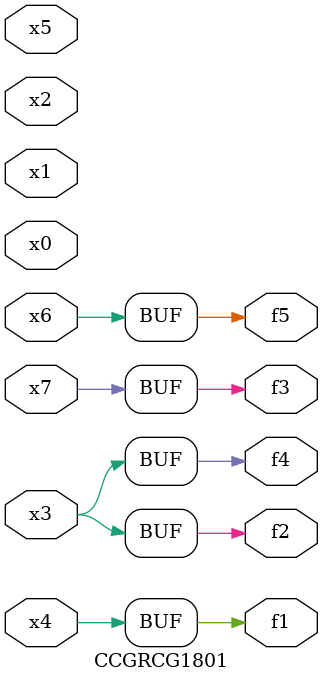
<source format=v>
module CCGRCG1801(
	input x0, x1, x2, x3, x4, x5, x6, x7,
	output f1, f2, f3, f4, f5
);
	assign f1 = x4;
	assign f2 = x3;
	assign f3 = x7;
	assign f4 = x3;
	assign f5 = x6;
endmodule

</source>
